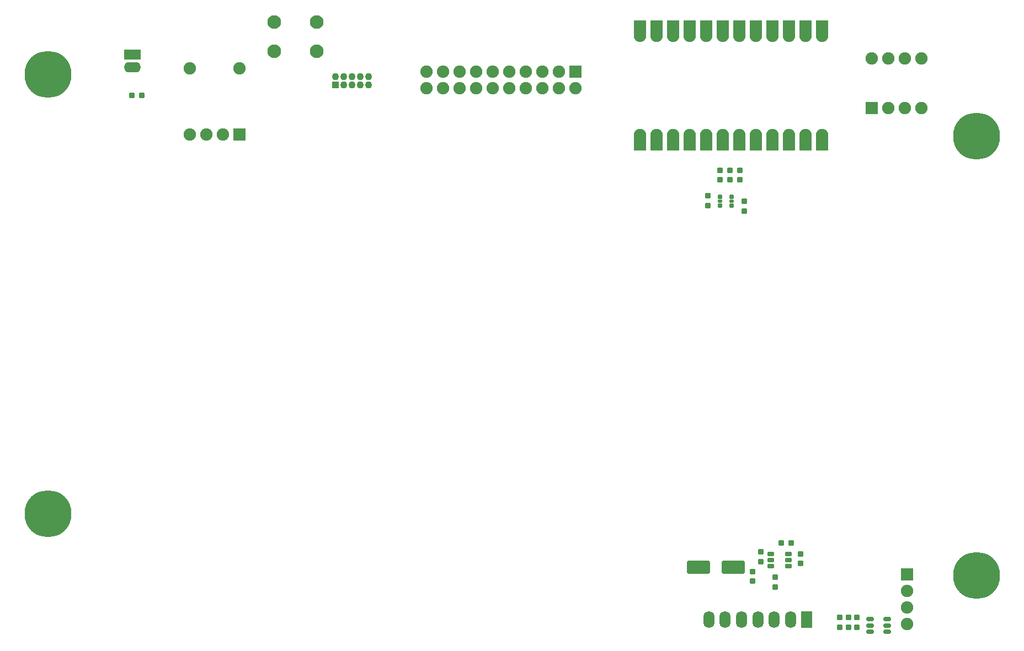
<source format=gts>
G04*
G04 #@! TF.GenerationSoftware,Altium Limited,Altium Designer,23.3.1 (30)*
G04*
G04 Layer_Color=8388736*
%FSLAX44Y44*%
%MOMM*%
G71*
G04*
G04 #@! TF.SameCoordinates,414C3010-CE14-4ABF-8636-14FEAC747614*
G04*
G04*
G04 #@! TF.FilePolarity,Negative*
G04*
G01*
G75*
G04:AMPARAMS|DCode=23|XSize=0.7mm|YSize=0.7mm|CornerRadius=0.149mm|HoleSize=0mm|Usage=FLASHONLY|Rotation=270.000|XOffset=0mm|YOffset=0mm|HoleType=Round|Shape=RoundedRectangle|*
%AMROUNDEDRECTD23*
21,1,0.7000,0.4020,0,0,270.0*
21,1,0.4020,0.7000,0,0,270.0*
1,1,0.2980,-0.2010,-0.2010*
1,1,0.2980,-0.2010,0.2010*
1,1,0.2980,0.2010,0.2010*
1,1,0.2980,0.2010,-0.2010*
%
%ADD23ROUNDEDRECTD23*%
G04:AMPARAMS|DCode=24|XSize=0.5mm|YSize=0.7mm|CornerRadius=0.15mm|HoleSize=0mm|Usage=FLASHONLY|Rotation=270.000|XOffset=0mm|YOffset=0mm|HoleType=Round|Shape=RoundedRectangle|*
%AMROUNDEDRECTD24*
21,1,0.5000,0.4000,0,0,270.0*
21,1,0.2000,0.7000,0,0,270.0*
1,1,0.3000,-0.2000,-0.1000*
1,1,0.3000,-0.2000,0.1000*
1,1,0.3000,0.2000,0.1000*
1,1,0.3000,0.2000,-0.1000*
%
%ADD24ROUNDEDRECTD24*%
G04:AMPARAMS|DCode=25|XSize=0.9mm|YSize=0.8mm|CornerRadius=0.1235mm|HoleSize=0mm|Usage=FLASHONLY|Rotation=180.000|XOffset=0mm|YOffset=0mm|HoleType=Round|Shape=RoundedRectangle|*
%AMROUNDEDRECTD25*
21,1,0.9000,0.5530,0,0,180.0*
21,1,0.6530,0.8000,0,0,180.0*
1,1,0.2470,-0.3265,0.2765*
1,1,0.2470,0.3265,0.2765*
1,1,0.2470,0.3265,-0.2765*
1,1,0.2470,-0.3265,-0.2765*
%
%ADD25ROUNDEDRECTD25*%
G04:AMPARAMS|DCode=26|XSize=0.9mm|YSize=0.8mm|CornerRadius=0.1235mm|HoleSize=0mm|Usage=FLASHONLY|Rotation=270.000|XOffset=0mm|YOffset=0mm|HoleType=Round|Shape=RoundedRectangle|*
%AMROUNDEDRECTD26*
21,1,0.9000,0.5530,0,0,270.0*
21,1,0.6530,0.8000,0,0,270.0*
1,1,0.2470,-0.2765,-0.3265*
1,1,0.2470,-0.2765,0.3265*
1,1,0.2470,0.2765,0.3265*
1,1,0.2470,0.2765,-0.3265*
%
%ADD26ROUNDEDRECTD26*%
G04:AMPARAMS|DCode=27|XSize=0.65mm|YSize=1.15mm|CornerRadius=0.149mm|HoleSize=0mm|Usage=FLASHONLY|Rotation=270.000|XOffset=0mm|YOffset=0mm|HoleType=Round|Shape=RoundedRectangle|*
%AMROUNDEDRECTD27*
21,1,0.6500,0.8520,0,0,270.0*
21,1,0.3520,1.1500,0,0,270.0*
1,1,0.2980,-0.4260,-0.1760*
1,1,0.2980,-0.4260,0.1760*
1,1,0.2980,0.4260,0.1760*
1,1,0.2980,0.4260,-0.1760*
%
%ADD27ROUNDEDRECTD27*%
G04:AMPARAMS|DCode=28|XSize=1.95mm|YSize=3.5mm|CornerRadius=0.1518mm|HoleSize=0mm|Usage=FLASHONLY|Rotation=270.000|XOffset=0mm|YOffset=0mm|HoleType=Round|Shape=RoundedRectangle|*
%AMROUNDEDRECTD28*
21,1,1.9500,3.1965,0,0,270.0*
21,1,1.6465,3.5000,0,0,270.0*
1,1,0.3035,-1.5983,-0.8233*
1,1,0.3035,-1.5983,0.8233*
1,1,0.3035,1.5983,0.8233*
1,1,0.3035,1.5983,-0.8233*
%
%ADD28ROUNDEDRECTD28*%
G04:AMPARAMS|DCode=29|XSize=0.7mm|YSize=1.05mm|CornerRadius=0.149mm|HoleSize=0mm|Usage=FLASHONLY|Rotation=270.000|XOffset=0mm|YOffset=0mm|HoleType=Round|Shape=RoundedRectangle|*
%AMROUNDEDRECTD29*
21,1,0.7000,0.7520,0,0,270.0*
21,1,0.4020,1.0500,0,0,270.0*
1,1,0.2980,-0.3760,-0.2010*
1,1,0.2980,-0.3760,0.2010*
1,1,0.2980,0.3760,0.2010*
1,1,0.2980,0.3760,-0.2010*
%
%ADD29ROUNDEDRECTD29*%
%ADD30R,1.8999X2.4800*%
%ADD31R,1.8999X2.4800*%
%ADD32R,1.9000X1.9000*%
%ADD33C,1.9000*%
%ADD34C,1.1000*%
%ADD35R,1.1000X1.1000*%
%ADD36R,1.9000X1.9000*%
%ADD37O,2.6000X1.6000*%
%ADD38R,2.6000X1.6000*%
%ADD39C,2.1000*%
%ADD40O,1.7000X2.6000*%
%ADD41R,1.7000X2.6000*%
%ADD42C,7.2000*%
D23*
X1086920Y683750D02*
D03*
Y696750D02*
D03*
X1068920D02*
D03*
Y683750D02*
D03*
D24*
X1086920Y690250D02*
D03*
X1068920D02*
D03*
D25*
X1192250Y133750D02*
D03*
Y148750D02*
D03*
X1132000Y151500D02*
D03*
Y136500D02*
D03*
X1153250Y112500D02*
D03*
Y97500D02*
D03*
X1252750Y35750D02*
D03*
Y50750D02*
D03*
X1266000Y35750D02*
D03*
Y50750D02*
D03*
X1106500Y675250D02*
D03*
Y690250D02*
D03*
X1050250Y683750D02*
D03*
Y698750D02*
D03*
X1118500Y106750D02*
D03*
Y121750D02*
D03*
X1279250Y35750D02*
D03*
Y50750D02*
D03*
X1099750Y723000D02*
D03*
Y738000D02*
D03*
X1084500D02*
D03*
Y723000D02*
D03*
X1069250D02*
D03*
Y738000D02*
D03*
D26*
X1178000Y165500D02*
D03*
X1163000D02*
D03*
X181500Y852500D02*
D03*
X166500D02*
D03*
D27*
X1325500Y29250D02*
D03*
Y38750D02*
D03*
Y48250D02*
D03*
X1299000D02*
D03*
Y38750D02*
D03*
Y29250D02*
D03*
D28*
X1089250Y128000D02*
D03*
X1035750D02*
D03*
D29*
X1174256Y129650D02*
D03*
Y139150D02*
D03*
Y148650D02*
D03*
X1146756D02*
D03*
Y139150D02*
D03*
Y129650D02*
D03*
D30*
X1149750Y780200D02*
D03*
X1225949D02*
D03*
X1200549D02*
D03*
X1175150D02*
D03*
X1124350D02*
D03*
X1098950D02*
D03*
X997350Y956400D02*
D03*
X1073550D02*
D03*
X1022750D02*
D03*
X1048150D02*
D03*
X946551D02*
D03*
X971951D02*
D03*
D31*
X1073550Y780200D02*
D03*
X997350D02*
D03*
X1048150D02*
D03*
X1022750D02*
D03*
X971950D02*
D03*
X946550D02*
D03*
X1149750Y956400D02*
D03*
X1175150D02*
D03*
X1200550D02*
D03*
X1225950D02*
D03*
X1098950D02*
D03*
X1124350D02*
D03*
D32*
X1301400Y833150D02*
D03*
X1356250Y117350D02*
D03*
D33*
X1326800Y833150D02*
D03*
X1352200D02*
D03*
X1377600D02*
D03*
X1301400Y909350D02*
D03*
X1326800D02*
D03*
X1352200D02*
D03*
X1377600D02*
D03*
X946550Y792100D02*
D03*
X1124350D02*
D03*
X1073550D02*
D03*
X1048150D02*
D03*
X1022750D02*
D03*
X997350D02*
D03*
X971950D02*
D03*
X1098950D02*
D03*
X1149750D02*
D03*
X1175150D02*
D03*
X1200550D02*
D03*
X1225950D02*
D03*
X1048150Y944500D02*
D03*
X1098950D02*
D03*
X1124350D02*
D03*
X1149750D02*
D03*
X1175150D02*
D03*
X1200550D02*
D03*
X1073550D02*
D03*
X1022750D02*
D03*
X997350D02*
D03*
X971950D02*
D03*
X946550D02*
D03*
X1225950D02*
D03*
X255050Y894000D02*
D03*
X305850Y792400D02*
D03*
X280450D02*
D03*
X255050D02*
D03*
X331250Y894000D02*
D03*
X618850Y864100D02*
D03*
X644250D02*
D03*
X669650D02*
D03*
X618850Y889500D02*
D03*
X644250D02*
D03*
X669650D02*
D03*
X847450Y864100D02*
D03*
X822050Y889500D02*
D03*
Y864100D02*
D03*
X796650Y889500D02*
D03*
Y864100D02*
D03*
X771250Y889500D02*
D03*
Y864100D02*
D03*
X745850Y889500D02*
D03*
X720450D02*
D03*
X745850Y864100D02*
D03*
X720450D02*
D03*
X695050Y889500D02*
D03*
Y864100D02*
D03*
X1356250Y91950D02*
D03*
Y66550D02*
D03*
Y41150D02*
D03*
D34*
X504252Y868650D02*
D03*
X504250Y881350D02*
D03*
X491552Y868650D02*
D03*
X491550Y881350D02*
D03*
X478850D02*
D03*
X516952Y868650D02*
D03*
X516950Y881350D02*
D03*
X529652Y868650D02*
D03*
X529650Y881350D02*
D03*
D35*
X478852Y868650D02*
D03*
D36*
X331250Y792400D02*
D03*
X847450Y889500D02*
D03*
D37*
X167500Y895750D02*
D03*
D38*
Y915750D02*
D03*
D39*
X385000Y920250D02*
D03*
Y965250D02*
D03*
X450000D02*
D03*
Y920250D02*
D03*
D40*
X1177000Y48000D02*
D03*
X1152000D02*
D03*
X1127000D02*
D03*
X1102000D02*
D03*
X1077000D02*
D03*
X1052000D02*
D03*
D41*
X1202000D02*
D03*
D42*
X1462500Y115000D02*
D03*
Y790000D02*
D03*
X37500Y885000D02*
D03*
Y210000D02*
D03*
M02*

</source>
